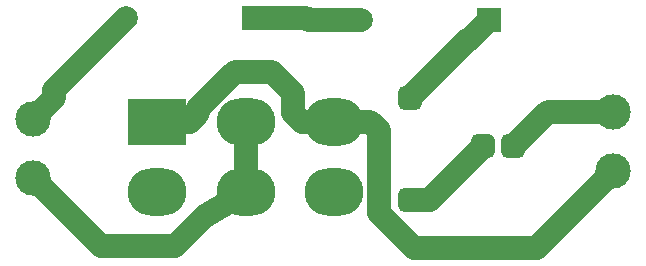
<source format=gbl>
G04*
G04 #@! TF.GenerationSoftware,Altium Limited,Altium Designer,20.1.11 (218)*
G04*
G04 Layer_Physical_Order=2*
G04 Layer_Color=16711680*
%FSLAX44Y44*%
%MOMM*%
G71*
G04*
G04 #@! TF.SameCoordinates,10BEC569-A1AF-4E4E-9C1D-52C978E8DF94*
G04*
G04*
G04 #@! TF.FilePolarity,Positive*
G04*
G01*
G75*
%ADD10C,2.0000*%
%ADD11C,2.0000*%
%ADD12R,2.0000X2.0000*%
G04:AMPARAMS|DCode=13|XSize=2mm|YSize=2mm|CornerRadius=0.5mm|HoleSize=0mm|Usage=FLASHONLY|Rotation=270.000|XOffset=0mm|YOffset=0mm|HoleType=Round|Shape=RoundedRectangle|*
%AMROUNDEDRECTD13*
21,1,2.0000,1.0000,0,0,270.0*
21,1,1.0000,2.0000,0,0,270.0*
1,1,1.0000,-0.5000,-0.5000*
1,1,1.0000,-0.5000,0.5000*
1,1,1.0000,0.5000,0.5000*
1,1,1.0000,0.5000,-0.5000*
%
%ADD13ROUNDEDRECTD13*%
G04:AMPARAMS|DCode=14|XSize=2mm|YSize=2mm|CornerRadius=0.5mm|HoleSize=0mm|Usage=FLASHONLY|Rotation=180.000|XOffset=0mm|YOffset=0mm|HoleType=Round|Shape=RoundedRectangle|*
%AMROUNDEDRECTD14*
21,1,2.0000,1.0000,0,0,180.0*
21,1,1.0000,2.0000,0,0,180.0*
1,1,1.0000,-0.5000,0.5000*
1,1,1.0000,0.5000,0.5000*
1,1,1.0000,0.5000,-0.5000*
1,1,1.0000,-0.5000,-0.5000*
%
%ADD14ROUNDEDRECTD14*%
%ADD15C,3.0000*%
%ADD16R,5.0000X4.0000*%
%ADD17O,5.0000X4.0000*%
D10*
X58000Y130150D02*
X75692Y147842D01*
Y155072D01*
X136620Y216000D01*
X58000Y80150D02*
X115150Y23000D01*
X177800D01*
X203200Y48400D01*
X238000Y68000D01*
X163000Y128000D02*
X190500D01*
X197866Y135366D01*
Y139266D01*
X228600Y170000D01*
X260530D01*
X278130Y152400D01*
Y135620D02*
Y152400D01*
Y135620D02*
X285750Y128000D01*
X313000D01*
X343424D01*
X350774Y120650D01*
Y50800D02*
Y120650D01*
Y50800D02*
X380492Y21082D01*
X484232D01*
X549000Y85850D01*
X245380Y216000D02*
X289306D01*
X291306Y214000D01*
X335620D01*
X377000Y148180D02*
X425668Y196848D01*
X427228D01*
X444380Y214000D01*
X464700Y107000D02*
X493550Y135850D01*
X549000D01*
X377000Y61820D02*
X394120D01*
X439300Y107000D01*
X238000Y68000D02*
Y128000D01*
D11*
X136620Y216000D02*
D03*
X335620Y214000D02*
D03*
D12*
X245380Y216000D02*
D03*
X444380Y214000D02*
D03*
D13*
X377000Y61820D02*
D03*
Y148180D02*
D03*
D14*
X464700Y107000D02*
D03*
X439300D02*
D03*
D15*
X549000Y85850D02*
D03*
Y135850D02*
D03*
X58000Y130150D02*
D03*
Y80150D02*
D03*
D16*
X163000Y128000D02*
D03*
D17*
X238000D02*
D03*
X313000D02*
D03*
Y68000D02*
D03*
X238000D02*
D03*
X163000D02*
D03*
M02*

</source>
